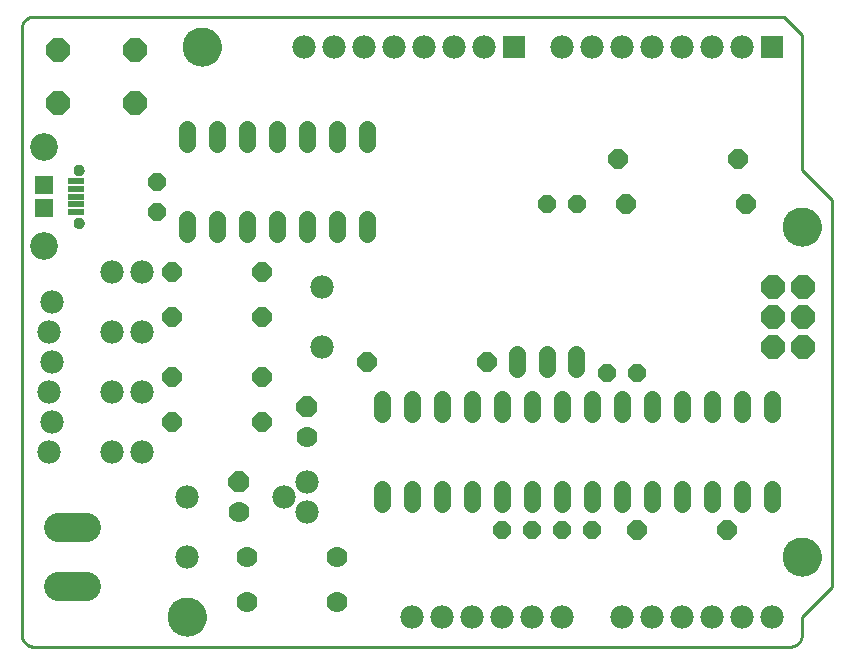
<source format=gts>
G75*
%MOIN*%
%OFA0B0*%
%FSLAX25Y25*%
%IPPOS*%
%LPD*%
%AMOC8*
5,1,8,0,0,1.08239X$1,22.5*
%
%ADD10C,0.01000*%
%ADD11C,0.00000*%
%ADD12C,0.12998*%
%ADD13C,0.07800*%
%ADD14R,0.07800X0.07800*%
%ADD15OC8,0.07800*%
%ADD16C,0.05600*%
%ADD17OC8,0.06400*%
%ADD18C,0.07000*%
%ADD19OC8,0.07000*%
%ADD20OC8,0.06000*%
%ADD21C,0.09770*%
%ADD22OC8,0.07900*%
%ADD23C,0.09258*%
%ADD24R,0.05715X0.01975*%
%ADD25R,0.05906X0.05906*%
%ADD26C,0.03746*%
D10*
X0006695Y0005737D02*
X0006695Y0207863D01*
X0006697Y0207987D01*
X0006703Y0208110D01*
X0006712Y0208234D01*
X0006726Y0208356D01*
X0006743Y0208479D01*
X0006765Y0208601D01*
X0006790Y0208722D01*
X0006819Y0208842D01*
X0006851Y0208961D01*
X0006888Y0209080D01*
X0006928Y0209197D01*
X0006971Y0209312D01*
X0007019Y0209427D01*
X0007070Y0209539D01*
X0007124Y0209650D01*
X0007182Y0209760D01*
X0007243Y0209867D01*
X0007308Y0209973D01*
X0007376Y0210076D01*
X0007447Y0210177D01*
X0007521Y0210276D01*
X0007598Y0210373D01*
X0007679Y0210467D01*
X0007762Y0210558D01*
X0007848Y0210647D01*
X0007937Y0210733D01*
X0008028Y0210816D01*
X0008122Y0210897D01*
X0008219Y0210974D01*
X0008318Y0211048D01*
X0008419Y0211119D01*
X0008522Y0211187D01*
X0008628Y0211252D01*
X0008735Y0211313D01*
X0008845Y0211371D01*
X0008956Y0211425D01*
X0009068Y0211476D01*
X0009183Y0211524D01*
X0009298Y0211567D01*
X0009415Y0211607D01*
X0009534Y0211644D01*
X0009653Y0211676D01*
X0009773Y0211705D01*
X0009894Y0211730D01*
X0010016Y0211752D01*
X0010139Y0211769D01*
X0010261Y0211783D01*
X0010385Y0211792D01*
X0010508Y0211798D01*
X0010632Y0211800D01*
X0260695Y0211800D01*
X0266695Y0205800D01*
X0266695Y0160800D01*
X0276695Y0150800D01*
X0276695Y0021800D01*
X0266695Y0011800D01*
X0266695Y0005737D01*
X0266693Y0005613D01*
X0266687Y0005490D01*
X0266678Y0005366D01*
X0266664Y0005244D01*
X0266647Y0005121D01*
X0266625Y0004999D01*
X0266600Y0004878D01*
X0266571Y0004758D01*
X0266539Y0004639D01*
X0266502Y0004520D01*
X0266462Y0004403D01*
X0266419Y0004288D01*
X0266371Y0004173D01*
X0266320Y0004061D01*
X0266266Y0003950D01*
X0266208Y0003840D01*
X0266147Y0003733D01*
X0266082Y0003627D01*
X0266014Y0003524D01*
X0265943Y0003423D01*
X0265869Y0003324D01*
X0265792Y0003227D01*
X0265711Y0003133D01*
X0265628Y0003042D01*
X0265542Y0002953D01*
X0265453Y0002867D01*
X0265362Y0002784D01*
X0265268Y0002703D01*
X0265171Y0002626D01*
X0265072Y0002552D01*
X0264971Y0002481D01*
X0264868Y0002413D01*
X0264762Y0002348D01*
X0264655Y0002287D01*
X0264545Y0002229D01*
X0264434Y0002175D01*
X0264322Y0002124D01*
X0264207Y0002076D01*
X0264092Y0002033D01*
X0263975Y0001993D01*
X0263856Y0001956D01*
X0263737Y0001924D01*
X0263617Y0001895D01*
X0263496Y0001870D01*
X0263374Y0001848D01*
X0263251Y0001831D01*
X0263129Y0001817D01*
X0263005Y0001808D01*
X0262882Y0001802D01*
X0262758Y0001800D01*
X0010632Y0001800D01*
X0010508Y0001802D01*
X0010385Y0001808D01*
X0010261Y0001817D01*
X0010139Y0001831D01*
X0010016Y0001848D01*
X0009894Y0001870D01*
X0009773Y0001895D01*
X0009653Y0001924D01*
X0009534Y0001956D01*
X0009415Y0001993D01*
X0009298Y0002033D01*
X0009183Y0002076D01*
X0009068Y0002124D01*
X0008956Y0002175D01*
X0008845Y0002229D01*
X0008735Y0002287D01*
X0008628Y0002348D01*
X0008522Y0002413D01*
X0008419Y0002481D01*
X0008318Y0002552D01*
X0008219Y0002626D01*
X0008122Y0002703D01*
X0008028Y0002784D01*
X0007937Y0002867D01*
X0007848Y0002953D01*
X0007762Y0003042D01*
X0007679Y0003133D01*
X0007598Y0003227D01*
X0007521Y0003324D01*
X0007447Y0003423D01*
X0007376Y0003524D01*
X0007308Y0003627D01*
X0007243Y0003733D01*
X0007182Y0003840D01*
X0007124Y0003950D01*
X0007070Y0004061D01*
X0007019Y0004173D01*
X0006971Y0004288D01*
X0006928Y0004403D01*
X0006888Y0004520D01*
X0006851Y0004639D01*
X0006819Y0004758D01*
X0006790Y0004878D01*
X0006765Y0004999D01*
X0006743Y0005121D01*
X0006726Y0005244D01*
X0006712Y0005366D01*
X0006703Y0005490D01*
X0006697Y0005613D01*
X0006695Y0005737D01*
D11*
X0055396Y0011800D02*
X0055398Y0011958D01*
X0055404Y0012116D01*
X0055414Y0012274D01*
X0055428Y0012432D01*
X0055446Y0012589D01*
X0055467Y0012746D01*
X0055493Y0012902D01*
X0055523Y0013058D01*
X0055556Y0013213D01*
X0055594Y0013366D01*
X0055635Y0013519D01*
X0055680Y0013671D01*
X0055729Y0013822D01*
X0055782Y0013971D01*
X0055838Y0014119D01*
X0055898Y0014265D01*
X0055962Y0014410D01*
X0056030Y0014553D01*
X0056101Y0014695D01*
X0056175Y0014835D01*
X0056253Y0014972D01*
X0056335Y0015108D01*
X0056419Y0015242D01*
X0056508Y0015373D01*
X0056599Y0015502D01*
X0056694Y0015629D01*
X0056791Y0015754D01*
X0056892Y0015876D01*
X0056996Y0015995D01*
X0057103Y0016112D01*
X0057213Y0016226D01*
X0057326Y0016337D01*
X0057441Y0016446D01*
X0057559Y0016551D01*
X0057680Y0016653D01*
X0057803Y0016753D01*
X0057929Y0016849D01*
X0058057Y0016942D01*
X0058187Y0017032D01*
X0058320Y0017118D01*
X0058455Y0017202D01*
X0058591Y0017281D01*
X0058730Y0017358D01*
X0058871Y0017430D01*
X0059013Y0017500D01*
X0059157Y0017565D01*
X0059303Y0017627D01*
X0059450Y0017685D01*
X0059599Y0017740D01*
X0059749Y0017791D01*
X0059900Y0017838D01*
X0060052Y0017881D01*
X0060205Y0017920D01*
X0060360Y0017956D01*
X0060515Y0017987D01*
X0060671Y0018015D01*
X0060827Y0018039D01*
X0060984Y0018059D01*
X0061142Y0018075D01*
X0061299Y0018087D01*
X0061458Y0018095D01*
X0061616Y0018099D01*
X0061774Y0018099D01*
X0061932Y0018095D01*
X0062091Y0018087D01*
X0062248Y0018075D01*
X0062406Y0018059D01*
X0062563Y0018039D01*
X0062719Y0018015D01*
X0062875Y0017987D01*
X0063030Y0017956D01*
X0063185Y0017920D01*
X0063338Y0017881D01*
X0063490Y0017838D01*
X0063641Y0017791D01*
X0063791Y0017740D01*
X0063940Y0017685D01*
X0064087Y0017627D01*
X0064233Y0017565D01*
X0064377Y0017500D01*
X0064519Y0017430D01*
X0064660Y0017358D01*
X0064799Y0017281D01*
X0064935Y0017202D01*
X0065070Y0017118D01*
X0065203Y0017032D01*
X0065333Y0016942D01*
X0065461Y0016849D01*
X0065587Y0016753D01*
X0065710Y0016653D01*
X0065831Y0016551D01*
X0065949Y0016446D01*
X0066064Y0016337D01*
X0066177Y0016226D01*
X0066287Y0016112D01*
X0066394Y0015995D01*
X0066498Y0015876D01*
X0066599Y0015754D01*
X0066696Y0015629D01*
X0066791Y0015502D01*
X0066882Y0015373D01*
X0066971Y0015242D01*
X0067055Y0015108D01*
X0067137Y0014972D01*
X0067215Y0014835D01*
X0067289Y0014695D01*
X0067360Y0014553D01*
X0067428Y0014410D01*
X0067492Y0014265D01*
X0067552Y0014119D01*
X0067608Y0013971D01*
X0067661Y0013822D01*
X0067710Y0013671D01*
X0067755Y0013519D01*
X0067796Y0013366D01*
X0067834Y0013213D01*
X0067867Y0013058D01*
X0067897Y0012902D01*
X0067923Y0012746D01*
X0067944Y0012589D01*
X0067962Y0012432D01*
X0067976Y0012274D01*
X0067986Y0012116D01*
X0067992Y0011958D01*
X0067994Y0011800D01*
X0067992Y0011642D01*
X0067986Y0011484D01*
X0067976Y0011326D01*
X0067962Y0011168D01*
X0067944Y0011011D01*
X0067923Y0010854D01*
X0067897Y0010698D01*
X0067867Y0010542D01*
X0067834Y0010387D01*
X0067796Y0010234D01*
X0067755Y0010081D01*
X0067710Y0009929D01*
X0067661Y0009778D01*
X0067608Y0009629D01*
X0067552Y0009481D01*
X0067492Y0009335D01*
X0067428Y0009190D01*
X0067360Y0009047D01*
X0067289Y0008905D01*
X0067215Y0008765D01*
X0067137Y0008628D01*
X0067055Y0008492D01*
X0066971Y0008358D01*
X0066882Y0008227D01*
X0066791Y0008098D01*
X0066696Y0007971D01*
X0066599Y0007846D01*
X0066498Y0007724D01*
X0066394Y0007605D01*
X0066287Y0007488D01*
X0066177Y0007374D01*
X0066064Y0007263D01*
X0065949Y0007154D01*
X0065831Y0007049D01*
X0065710Y0006947D01*
X0065587Y0006847D01*
X0065461Y0006751D01*
X0065333Y0006658D01*
X0065203Y0006568D01*
X0065070Y0006482D01*
X0064935Y0006398D01*
X0064799Y0006319D01*
X0064660Y0006242D01*
X0064519Y0006170D01*
X0064377Y0006100D01*
X0064233Y0006035D01*
X0064087Y0005973D01*
X0063940Y0005915D01*
X0063791Y0005860D01*
X0063641Y0005809D01*
X0063490Y0005762D01*
X0063338Y0005719D01*
X0063185Y0005680D01*
X0063030Y0005644D01*
X0062875Y0005613D01*
X0062719Y0005585D01*
X0062563Y0005561D01*
X0062406Y0005541D01*
X0062248Y0005525D01*
X0062091Y0005513D01*
X0061932Y0005505D01*
X0061774Y0005501D01*
X0061616Y0005501D01*
X0061458Y0005505D01*
X0061299Y0005513D01*
X0061142Y0005525D01*
X0060984Y0005541D01*
X0060827Y0005561D01*
X0060671Y0005585D01*
X0060515Y0005613D01*
X0060360Y0005644D01*
X0060205Y0005680D01*
X0060052Y0005719D01*
X0059900Y0005762D01*
X0059749Y0005809D01*
X0059599Y0005860D01*
X0059450Y0005915D01*
X0059303Y0005973D01*
X0059157Y0006035D01*
X0059013Y0006100D01*
X0058871Y0006170D01*
X0058730Y0006242D01*
X0058591Y0006319D01*
X0058455Y0006398D01*
X0058320Y0006482D01*
X0058187Y0006568D01*
X0058057Y0006658D01*
X0057929Y0006751D01*
X0057803Y0006847D01*
X0057680Y0006947D01*
X0057559Y0007049D01*
X0057441Y0007154D01*
X0057326Y0007263D01*
X0057213Y0007374D01*
X0057103Y0007488D01*
X0056996Y0007605D01*
X0056892Y0007724D01*
X0056791Y0007846D01*
X0056694Y0007971D01*
X0056599Y0008098D01*
X0056508Y0008227D01*
X0056419Y0008358D01*
X0056335Y0008492D01*
X0056253Y0008628D01*
X0056175Y0008765D01*
X0056101Y0008905D01*
X0056030Y0009047D01*
X0055962Y0009190D01*
X0055898Y0009335D01*
X0055838Y0009481D01*
X0055782Y0009629D01*
X0055729Y0009778D01*
X0055680Y0009929D01*
X0055635Y0010081D01*
X0055594Y0010234D01*
X0055556Y0010387D01*
X0055523Y0010542D01*
X0055493Y0010698D01*
X0055467Y0010854D01*
X0055446Y0011011D01*
X0055428Y0011168D01*
X0055414Y0011326D01*
X0055404Y0011484D01*
X0055398Y0011642D01*
X0055396Y0011800D01*
X0023940Y0143040D02*
X0023942Y0143121D01*
X0023948Y0143203D01*
X0023958Y0143284D01*
X0023972Y0143364D01*
X0023989Y0143443D01*
X0024011Y0143522D01*
X0024036Y0143599D01*
X0024065Y0143676D01*
X0024098Y0143750D01*
X0024135Y0143823D01*
X0024174Y0143894D01*
X0024218Y0143963D01*
X0024264Y0144030D01*
X0024314Y0144094D01*
X0024367Y0144156D01*
X0024423Y0144216D01*
X0024481Y0144272D01*
X0024543Y0144326D01*
X0024607Y0144377D01*
X0024673Y0144424D01*
X0024741Y0144468D01*
X0024812Y0144509D01*
X0024884Y0144546D01*
X0024959Y0144580D01*
X0025034Y0144610D01*
X0025112Y0144636D01*
X0025190Y0144659D01*
X0025269Y0144677D01*
X0025349Y0144692D01*
X0025430Y0144703D01*
X0025511Y0144710D01*
X0025593Y0144713D01*
X0025674Y0144712D01*
X0025755Y0144707D01*
X0025836Y0144698D01*
X0025917Y0144685D01*
X0025997Y0144668D01*
X0026075Y0144648D01*
X0026153Y0144623D01*
X0026230Y0144595D01*
X0026305Y0144563D01*
X0026378Y0144528D01*
X0026449Y0144489D01*
X0026519Y0144446D01*
X0026586Y0144401D01*
X0026652Y0144352D01*
X0026714Y0144300D01*
X0026774Y0144244D01*
X0026831Y0144186D01*
X0026886Y0144126D01*
X0026937Y0144062D01*
X0026985Y0143997D01*
X0027030Y0143929D01*
X0027072Y0143859D01*
X0027110Y0143787D01*
X0027145Y0143713D01*
X0027176Y0143638D01*
X0027203Y0143561D01*
X0027226Y0143483D01*
X0027246Y0143404D01*
X0027262Y0143324D01*
X0027274Y0143243D01*
X0027282Y0143162D01*
X0027286Y0143081D01*
X0027286Y0142999D01*
X0027282Y0142918D01*
X0027274Y0142837D01*
X0027262Y0142756D01*
X0027246Y0142676D01*
X0027226Y0142597D01*
X0027203Y0142519D01*
X0027176Y0142442D01*
X0027145Y0142367D01*
X0027110Y0142293D01*
X0027072Y0142221D01*
X0027030Y0142151D01*
X0026985Y0142083D01*
X0026937Y0142018D01*
X0026886Y0141954D01*
X0026831Y0141894D01*
X0026774Y0141836D01*
X0026714Y0141780D01*
X0026652Y0141728D01*
X0026586Y0141679D01*
X0026519Y0141634D01*
X0026450Y0141591D01*
X0026378Y0141552D01*
X0026305Y0141517D01*
X0026230Y0141485D01*
X0026153Y0141457D01*
X0026075Y0141432D01*
X0025997Y0141412D01*
X0025917Y0141395D01*
X0025836Y0141382D01*
X0025755Y0141373D01*
X0025674Y0141368D01*
X0025593Y0141367D01*
X0025511Y0141370D01*
X0025430Y0141377D01*
X0025349Y0141388D01*
X0025269Y0141403D01*
X0025190Y0141421D01*
X0025112Y0141444D01*
X0025034Y0141470D01*
X0024959Y0141500D01*
X0024884Y0141534D01*
X0024812Y0141571D01*
X0024741Y0141612D01*
X0024673Y0141656D01*
X0024607Y0141703D01*
X0024543Y0141754D01*
X0024481Y0141808D01*
X0024423Y0141864D01*
X0024367Y0141924D01*
X0024314Y0141986D01*
X0024264Y0142050D01*
X0024218Y0142117D01*
X0024174Y0142186D01*
X0024135Y0142257D01*
X0024098Y0142330D01*
X0024065Y0142404D01*
X0024036Y0142481D01*
X0024011Y0142558D01*
X0023989Y0142637D01*
X0023972Y0142716D01*
X0023958Y0142796D01*
X0023948Y0142877D01*
X0023942Y0142959D01*
X0023940Y0143040D01*
X0023940Y0160560D02*
X0023942Y0160641D01*
X0023948Y0160723D01*
X0023958Y0160804D01*
X0023972Y0160884D01*
X0023989Y0160963D01*
X0024011Y0161042D01*
X0024036Y0161119D01*
X0024065Y0161196D01*
X0024098Y0161270D01*
X0024135Y0161343D01*
X0024174Y0161414D01*
X0024218Y0161483D01*
X0024264Y0161550D01*
X0024314Y0161614D01*
X0024367Y0161676D01*
X0024423Y0161736D01*
X0024481Y0161792D01*
X0024543Y0161846D01*
X0024607Y0161897D01*
X0024673Y0161944D01*
X0024741Y0161988D01*
X0024812Y0162029D01*
X0024884Y0162066D01*
X0024959Y0162100D01*
X0025034Y0162130D01*
X0025112Y0162156D01*
X0025190Y0162179D01*
X0025269Y0162197D01*
X0025349Y0162212D01*
X0025430Y0162223D01*
X0025511Y0162230D01*
X0025593Y0162233D01*
X0025674Y0162232D01*
X0025755Y0162227D01*
X0025836Y0162218D01*
X0025917Y0162205D01*
X0025997Y0162188D01*
X0026075Y0162168D01*
X0026153Y0162143D01*
X0026230Y0162115D01*
X0026305Y0162083D01*
X0026378Y0162048D01*
X0026449Y0162009D01*
X0026519Y0161966D01*
X0026586Y0161921D01*
X0026652Y0161872D01*
X0026714Y0161820D01*
X0026774Y0161764D01*
X0026831Y0161706D01*
X0026886Y0161646D01*
X0026937Y0161582D01*
X0026985Y0161517D01*
X0027030Y0161449D01*
X0027072Y0161379D01*
X0027110Y0161307D01*
X0027145Y0161233D01*
X0027176Y0161158D01*
X0027203Y0161081D01*
X0027226Y0161003D01*
X0027246Y0160924D01*
X0027262Y0160844D01*
X0027274Y0160763D01*
X0027282Y0160682D01*
X0027286Y0160601D01*
X0027286Y0160519D01*
X0027282Y0160438D01*
X0027274Y0160357D01*
X0027262Y0160276D01*
X0027246Y0160196D01*
X0027226Y0160117D01*
X0027203Y0160039D01*
X0027176Y0159962D01*
X0027145Y0159887D01*
X0027110Y0159813D01*
X0027072Y0159741D01*
X0027030Y0159671D01*
X0026985Y0159603D01*
X0026937Y0159538D01*
X0026886Y0159474D01*
X0026831Y0159414D01*
X0026774Y0159356D01*
X0026714Y0159300D01*
X0026652Y0159248D01*
X0026586Y0159199D01*
X0026519Y0159154D01*
X0026450Y0159111D01*
X0026378Y0159072D01*
X0026305Y0159037D01*
X0026230Y0159005D01*
X0026153Y0158977D01*
X0026075Y0158952D01*
X0025997Y0158932D01*
X0025917Y0158915D01*
X0025836Y0158902D01*
X0025755Y0158893D01*
X0025674Y0158888D01*
X0025593Y0158887D01*
X0025511Y0158890D01*
X0025430Y0158897D01*
X0025349Y0158908D01*
X0025269Y0158923D01*
X0025190Y0158941D01*
X0025112Y0158964D01*
X0025034Y0158990D01*
X0024959Y0159020D01*
X0024884Y0159054D01*
X0024812Y0159091D01*
X0024741Y0159132D01*
X0024673Y0159176D01*
X0024607Y0159223D01*
X0024543Y0159274D01*
X0024481Y0159328D01*
X0024423Y0159384D01*
X0024367Y0159444D01*
X0024314Y0159506D01*
X0024264Y0159570D01*
X0024218Y0159637D01*
X0024174Y0159706D01*
X0024135Y0159777D01*
X0024098Y0159850D01*
X0024065Y0159924D01*
X0024036Y0160001D01*
X0024011Y0160078D01*
X0023989Y0160157D01*
X0023972Y0160236D01*
X0023958Y0160316D01*
X0023948Y0160397D01*
X0023942Y0160479D01*
X0023940Y0160560D01*
X0060396Y0201800D02*
X0060398Y0201958D01*
X0060404Y0202116D01*
X0060414Y0202274D01*
X0060428Y0202432D01*
X0060446Y0202589D01*
X0060467Y0202746D01*
X0060493Y0202902D01*
X0060523Y0203058D01*
X0060556Y0203213D01*
X0060594Y0203366D01*
X0060635Y0203519D01*
X0060680Y0203671D01*
X0060729Y0203822D01*
X0060782Y0203971D01*
X0060838Y0204119D01*
X0060898Y0204265D01*
X0060962Y0204410D01*
X0061030Y0204553D01*
X0061101Y0204695D01*
X0061175Y0204835D01*
X0061253Y0204972D01*
X0061335Y0205108D01*
X0061419Y0205242D01*
X0061508Y0205373D01*
X0061599Y0205502D01*
X0061694Y0205629D01*
X0061791Y0205754D01*
X0061892Y0205876D01*
X0061996Y0205995D01*
X0062103Y0206112D01*
X0062213Y0206226D01*
X0062326Y0206337D01*
X0062441Y0206446D01*
X0062559Y0206551D01*
X0062680Y0206653D01*
X0062803Y0206753D01*
X0062929Y0206849D01*
X0063057Y0206942D01*
X0063187Y0207032D01*
X0063320Y0207118D01*
X0063455Y0207202D01*
X0063591Y0207281D01*
X0063730Y0207358D01*
X0063871Y0207430D01*
X0064013Y0207500D01*
X0064157Y0207565D01*
X0064303Y0207627D01*
X0064450Y0207685D01*
X0064599Y0207740D01*
X0064749Y0207791D01*
X0064900Y0207838D01*
X0065052Y0207881D01*
X0065205Y0207920D01*
X0065360Y0207956D01*
X0065515Y0207987D01*
X0065671Y0208015D01*
X0065827Y0208039D01*
X0065984Y0208059D01*
X0066142Y0208075D01*
X0066299Y0208087D01*
X0066458Y0208095D01*
X0066616Y0208099D01*
X0066774Y0208099D01*
X0066932Y0208095D01*
X0067091Y0208087D01*
X0067248Y0208075D01*
X0067406Y0208059D01*
X0067563Y0208039D01*
X0067719Y0208015D01*
X0067875Y0207987D01*
X0068030Y0207956D01*
X0068185Y0207920D01*
X0068338Y0207881D01*
X0068490Y0207838D01*
X0068641Y0207791D01*
X0068791Y0207740D01*
X0068940Y0207685D01*
X0069087Y0207627D01*
X0069233Y0207565D01*
X0069377Y0207500D01*
X0069519Y0207430D01*
X0069660Y0207358D01*
X0069799Y0207281D01*
X0069935Y0207202D01*
X0070070Y0207118D01*
X0070203Y0207032D01*
X0070333Y0206942D01*
X0070461Y0206849D01*
X0070587Y0206753D01*
X0070710Y0206653D01*
X0070831Y0206551D01*
X0070949Y0206446D01*
X0071064Y0206337D01*
X0071177Y0206226D01*
X0071287Y0206112D01*
X0071394Y0205995D01*
X0071498Y0205876D01*
X0071599Y0205754D01*
X0071696Y0205629D01*
X0071791Y0205502D01*
X0071882Y0205373D01*
X0071971Y0205242D01*
X0072055Y0205108D01*
X0072137Y0204972D01*
X0072215Y0204835D01*
X0072289Y0204695D01*
X0072360Y0204553D01*
X0072428Y0204410D01*
X0072492Y0204265D01*
X0072552Y0204119D01*
X0072608Y0203971D01*
X0072661Y0203822D01*
X0072710Y0203671D01*
X0072755Y0203519D01*
X0072796Y0203366D01*
X0072834Y0203213D01*
X0072867Y0203058D01*
X0072897Y0202902D01*
X0072923Y0202746D01*
X0072944Y0202589D01*
X0072962Y0202432D01*
X0072976Y0202274D01*
X0072986Y0202116D01*
X0072992Y0201958D01*
X0072994Y0201800D01*
X0072992Y0201642D01*
X0072986Y0201484D01*
X0072976Y0201326D01*
X0072962Y0201168D01*
X0072944Y0201011D01*
X0072923Y0200854D01*
X0072897Y0200698D01*
X0072867Y0200542D01*
X0072834Y0200387D01*
X0072796Y0200234D01*
X0072755Y0200081D01*
X0072710Y0199929D01*
X0072661Y0199778D01*
X0072608Y0199629D01*
X0072552Y0199481D01*
X0072492Y0199335D01*
X0072428Y0199190D01*
X0072360Y0199047D01*
X0072289Y0198905D01*
X0072215Y0198765D01*
X0072137Y0198628D01*
X0072055Y0198492D01*
X0071971Y0198358D01*
X0071882Y0198227D01*
X0071791Y0198098D01*
X0071696Y0197971D01*
X0071599Y0197846D01*
X0071498Y0197724D01*
X0071394Y0197605D01*
X0071287Y0197488D01*
X0071177Y0197374D01*
X0071064Y0197263D01*
X0070949Y0197154D01*
X0070831Y0197049D01*
X0070710Y0196947D01*
X0070587Y0196847D01*
X0070461Y0196751D01*
X0070333Y0196658D01*
X0070203Y0196568D01*
X0070070Y0196482D01*
X0069935Y0196398D01*
X0069799Y0196319D01*
X0069660Y0196242D01*
X0069519Y0196170D01*
X0069377Y0196100D01*
X0069233Y0196035D01*
X0069087Y0195973D01*
X0068940Y0195915D01*
X0068791Y0195860D01*
X0068641Y0195809D01*
X0068490Y0195762D01*
X0068338Y0195719D01*
X0068185Y0195680D01*
X0068030Y0195644D01*
X0067875Y0195613D01*
X0067719Y0195585D01*
X0067563Y0195561D01*
X0067406Y0195541D01*
X0067248Y0195525D01*
X0067091Y0195513D01*
X0066932Y0195505D01*
X0066774Y0195501D01*
X0066616Y0195501D01*
X0066458Y0195505D01*
X0066299Y0195513D01*
X0066142Y0195525D01*
X0065984Y0195541D01*
X0065827Y0195561D01*
X0065671Y0195585D01*
X0065515Y0195613D01*
X0065360Y0195644D01*
X0065205Y0195680D01*
X0065052Y0195719D01*
X0064900Y0195762D01*
X0064749Y0195809D01*
X0064599Y0195860D01*
X0064450Y0195915D01*
X0064303Y0195973D01*
X0064157Y0196035D01*
X0064013Y0196100D01*
X0063871Y0196170D01*
X0063730Y0196242D01*
X0063591Y0196319D01*
X0063455Y0196398D01*
X0063320Y0196482D01*
X0063187Y0196568D01*
X0063057Y0196658D01*
X0062929Y0196751D01*
X0062803Y0196847D01*
X0062680Y0196947D01*
X0062559Y0197049D01*
X0062441Y0197154D01*
X0062326Y0197263D01*
X0062213Y0197374D01*
X0062103Y0197488D01*
X0061996Y0197605D01*
X0061892Y0197724D01*
X0061791Y0197846D01*
X0061694Y0197971D01*
X0061599Y0198098D01*
X0061508Y0198227D01*
X0061419Y0198358D01*
X0061335Y0198492D01*
X0061253Y0198628D01*
X0061175Y0198765D01*
X0061101Y0198905D01*
X0061030Y0199047D01*
X0060962Y0199190D01*
X0060898Y0199335D01*
X0060838Y0199481D01*
X0060782Y0199629D01*
X0060729Y0199778D01*
X0060680Y0199929D01*
X0060635Y0200081D01*
X0060594Y0200234D01*
X0060556Y0200387D01*
X0060523Y0200542D01*
X0060493Y0200698D01*
X0060467Y0200854D01*
X0060446Y0201011D01*
X0060428Y0201168D01*
X0060414Y0201326D01*
X0060404Y0201484D01*
X0060398Y0201642D01*
X0060396Y0201800D01*
X0260396Y0141800D02*
X0260398Y0141958D01*
X0260404Y0142116D01*
X0260414Y0142274D01*
X0260428Y0142432D01*
X0260446Y0142589D01*
X0260467Y0142746D01*
X0260493Y0142902D01*
X0260523Y0143058D01*
X0260556Y0143213D01*
X0260594Y0143366D01*
X0260635Y0143519D01*
X0260680Y0143671D01*
X0260729Y0143822D01*
X0260782Y0143971D01*
X0260838Y0144119D01*
X0260898Y0144265D01*
X0260962Y0144410D01*
X0261030Y0144553D01*
X0261101Y0144695D01*
X0261175Y0144835D01*
X0261253Y0144972D01*
X0261335Y0145108D01*
X0261419Y0145242D01*
X0261508Y0145373D01*
X0261599Y0145502D01*
X0261694Y0145629D01*
X0261791Y0145754D01*
X0261892Y0145876D01*
X0261996Y0145995D01*
X0262103Y0146112D01*
X0262213Y0146226D01*
X0262326Y0146337D01*
X0262441Y0146446D01*
X0262559Y0146551D01*
X0262680Y0146653D01*
X0262803Y0146753D01*
X0262929Y0146849D01*
X0263057Y0146942D01*
X0263187Y0147032D01*
X0263320Y0147118D01*
X0263455Y0147202D01*
X0263591Y0147281D01*
X0263730Y0147358D01*
X0263871Y0147430D01*
X0264013Y0147500D01*
X0264157Y0147565D01*
X0264303Y0147627D01*
X0264450Y0147685D01*
X0264599Y0147740D01*
X0264749Y0147791D01*
X0264900Y0147838D01*
X0265052Y0147881D01*
X0265205Y0147920D01*
X0265360Y0147956D01*
X0265515Y0147987D01*
X0265671Y0148015D01*
X0265827Y0148039D01*
X0265984Y0148059D01*
X0266142Y0148075D01*
X0266299Y0148087D01*
X0266458Y0148095D01*
X0266616Y0148099D01*
X0266774Y0148099D01*
X0266932Y0148095D01*
X0267091Y0148087D01*
X0267248Y0148075D01*
X0267406Y0148059D01*
X0267563Y0148039D01*
X0267719Y0148015D01*
X0267875Y0147987D01*
X0268030Y0147956D01*
X0268185Y0147920D01*
X0268338Y0147881D01*
X0268490Y0147838D01*
X0268641Y0147791D01*
X0268791Y0147740D01*
X0268940Y0147685D01*
X0269087Y0147627D01*
X0269233Y0147565D01*
X0269377Y0147500D01*
X0269519Y0147430D01*
X0269660Y0147358D01*
X0269799Y0147281D01*
X0269935Y0147202D01*
X0270070Y0147118D01*
X0270203Y0147032D01*
X0270333Y0146942D01*
X0270461Y0146849D01*
X0270587Y0146753D01*
X0270710Y0146653D01*
X0270831Y0146551D01*
X0270949Y0146446D01*
X0271064Y0146337D01*
X0271177Y0146226D01*
X0271287Y0146112D01*
X0271394Y0145995D01*
X0271498Y0145876D01*
X0271599Y0145754D01*
X0271696Y0145629D01*
X0271791Y0145502D01*
X0271882Y0145373D01*
X0271971Y0145242D01*
X0272055Y0145108D01*
X0272137Y0144972D01*
X0272215Y0144835D01*
X0272289Y0144695D01*
X0272360Y0144553D01*
X0272428Y0144410D01*
X0272492Y0144265D01*
X0272552Y0144119D01*
X0272608Y0143971D01*
X0272661Y0143822D01*
X0272710Y0143671D01*
X0272755Y0143519D01*
X0272796Y0143366D01*
X0272834Y0143213D01*
X0272867Y0143058D01*
X0272897Y0142902D01*
X0272923Y0142746D01*
X0272944Y0142589D01*
X0272962Y0142432D01*
X0272976Y0142274D01*
X0272986Y0142116D01*
X0272992Y0141958D01*
X0272994Y0141800D01*
X0272992Y0141642D01*
X0272986Y0141484D01*
X0272976Y0141326D01*
X0272962Y0141168D01*
X0272944Y0141011D01*
X0272923Y0140854D01*
X0272897Y0140698D01*
X0272867Y0140542D01*
X0272834Y0140387D01*
X0272796Y0140234D01*
X0272755Y0140081D01*
X0272710Y0139929D01*
X0272661Y0139778D01*
X0272608Y0139629D01*
X0272552Y0139481D01*
X0272492Y0139335D01*
X0272428Y0139190D01*
X0272360Y0139047D01*
X0272289Y0138905D01*
X0272215Y0138765D01*
X0272137Y0138628D01*
X0272055Y0138492D01*
X0271971Y0138358D01*
X0271882Y0138227D01*
X0271791Y0138098D01*
X0271696Y0137971D01*
X0271599Y0137846D01*
X0271498Y0137724D01*
X0271394Y0137605D01*
X0271287Y0137488D01*
X0271177Y0137374D01*
X0271064Y0137263D01*
X0270949Y0137154D01*
X0270831Y0137049D01*
X0270710Y0136947D01*
X0270587Y0136847D01*
X0270461Y0136751D01*
X0270333Y0136658D01*
X0270203Y0136568D01*
X0270070Y0136482D01*
X0269935Y0136398D01*
X0269799Y0136319D01*
X0269660Y0136242D01*
X0269519Y0136170D01*
X0269377Y0136100D01*
X0269233Y0136035D01*
X0269087Y0135973D01*
X0268940Y0135915D01*
X0268791Y0135860D01*
X0268641Y0135809D01*
X0268490Y0135762D01*
X0268338Y0135719D01*
X0268185Y0135680D01*
X0268030Y0135644D01*
X0267875Y0135613D01*
X0267719Y0135585D01*
X0267563Y0135561D01*
X0267406Y0135541D01*
X0267248Y0135525D01*
X0267091Y0135513D01*
X0266932Y0135505D01*
X0266774Y0135501D01*
X0266616Y0135501D01*
X0266458Y0135505D01*
X0266299Y0135513D01*
X0266142Y0135525D01*
X0265984Y0135541D01*
X0265827Y0135561D01*
X0265671Y0135585D01*
X0265515Y0135613D01*
X0265360Y0135644D01*
X0265205Y0135680D01*
X0265052Y0135719D01*
X0264900Y0135762D01*
X0264749Y0135809D01*
X0264599Y0135860D01*
X0264450Y0135915D01*
X0264303Y0135973D01*
X0264157Y0136035D01*
X0264013Y0136100D01*
X0263871Y0136170D01*
X0263730Y0136242D01*
X0263591Y0136319D01*
X0263455Y0136398D01*
X0263320Y0136482D01*
X0263187Y0136568D01*
X0263057Y0136658D01*
X0262929Y0136751D01*
X0262803Y0136847D01*
X0262680Y0136947D01*
X0262559Y0137049D01*
X0262441Y0137154D01*
X0262326Y0137263D01*
X0262213Y0137374D01*
X0262103Y0137488D01*
X0261996Y0137605D01*
X0261892Y0137724D01*
X0261791Y0137846D01*
X0261694Y0137971D01*
X0261599Y0138098D01*
X0261508Y0138227D01*
X0261419Y0138358D01*
X0261335Y0138492D01*
X0261253Y0138628D01*
X0261175Y0138765D01*
X0261101Y0138905D01*
X0261030Y0139047D01*
X0260962Y0139190D01*
X0260898Y0139335D01*
X0260838Y0139481D01*
X0260782Y0139629D01*
X0260729Y0139778D01*
X0260680Y0139929D01*
X0260635Y0140081D01*
X0260594Y0140234D01*
X0260556Y0140387D01*
X0260523Y0140542D01*
X0260493Y0140698D01*
X0260467Y0140854D01*
X0260446Y0141011D01*
X0260428Y0141168D01*
X0260414Y0141326D01*
X0260404Y0141484D01*
X0260398Y0141642D01*
X0260396Y0141800D01*
X0260396Y0031800D02*
X0260398Y0031958D01*
X0260404Y0032116D01*
X0260414Y0032274D01*
X0260428Y0032432D01*
X0260446Y0032589D01*
X0260467Y0032746D01*
X0260493Y0032902D01*
X0260523Y0033058D01*
X0260556Y0033213D01*
X0260594Y0033366D01*
X0260635Y0033519D01*
X0260680Y0033671D01*
X0260729Y0033822D01*
X0260782Y0033971D01*
X0260838Y0034119D01*
X0260898Y0034265D01*
X0260962Y0034410D01*
X0261030Y0034553D01*
X0261101Y0034695D01*
X0261175Y0034835D01*
X0261253Y0034972D01*
X0261335Y0035108D01*
X0261419Y0035242D01*
X0261508Y0035373D01*
X0261599Y0035502D01*
X0261694Y0035629D01*
X0261791Y0035754D01*
X0261892Y0035876D01*
X0261996Y0035995D01*
X0262103Y0036112D01*
X0262213Y0036226D01*
X0262326Y0036337D01*
X0262441Y0036446D01*
X0262559Y0036551D01*
X0262680Y0036653D01*
X0262803Y0036753D01*
X0262929Y0036849D01*
X0263057Y0036942D01*
X0263187Y0037032D01*
X0263320Y0037118D01*
X0263455Y0037202D01*
X0263591Y0037281D01*
X0263730Y0037358D01*
X0263871Y0037430D01*
X0264013Y0037500D01*
X0264157Y0037565D01*
X0264303Y0037627D01*
X0264450Y0037685D01*
X0264599Y0037740D01*
X0264749Y0037791D01*
X0264900Y0037838D01*
X0265052Y0037881D01*
X0265205Y0037920D01*
X0265360Y0037956D01*
X0265515Y0037987D01*
X0265671Y0038015D01*
X0265827Y0038039D01*
X0265984Y0038059D01*
X0266142Y0038075D01*
X0266299Y0038087D01*
X0266458Y0038095D01*
X0266616Y0038099D01*
X0266774Y0038099D01*
X0266932Y0038095D01*
X0267091Y0038087D01*
X0267248Y0038075D01*
X0267406Y0038059D01*
X0267563Y0038039D01*
X0267719Y0038015D01*
X0267875Y0037987D01*
X0268030Y0037956D01*
X0268185Y0037920D01*
X0268338Y0037881D01*
X0268490Y0037838D01*
X0268641Y0037791D01*
X0268791Y0037740D01*
X0268940Y0037685D01*
X0269087Y0037627D01*
X0269233Y0037565D01*
X0269377Y0037500D01*
X0269519Y0037430D01*
X0269660Y0037358D01*
X0269799Y0037281D01*
X0269935Y0037202D01*
X0270070Y0037118D01*
X0270203Y0037032D01*
X0270333Y0036942D01*
X0270461Y0036849D01*
X0270587Y0036753D01*
X0270710Y0036653D01*
X0270831Y0036551D01*
X0270949Y0036446D01*
X0271064Y0036337D01*
X0271177Y0036226D01*
X0271287Y0036112D01*
X0271394Y0035995D01*
X0271498Y0035876D01*
X0271599Y0035754D01*
X0271696Y0035629D01*
X0271791Y0035502D01*
X0271882Y0035373D01*
X0271971Y0035242D01*
X0272055Y0035108D01*
X0272137Y0034972D01*
X0272215Y0034835D01*
X0272289Y0034695D01*
X0272360Y0034553D01*
X0272428Y0034410D01*
X0272492Y0034265D01*
X0272552Y0034119D01*
X0272608Y0033971D01*
X0272661Y0033822D01*
X0272710Y0033671D01*
X0272755Y0033519D01*
X0272796Y0033366D01*
X0272834Y0033213D01*
X0272867Y0033058D01*
X0272897Y0032902D01*
X0272923Y0032746D01*
X0272944Y0032589D01*
X0272962Y0032432D01*
X0272976Y0032274D01*
X0272986Y0032116D01*
X0272992Y0031958D01*
X0272994Y0031800D01*
X0272992Y0031642D01*
X0272986Y0031484D01*
X0272976Y0031326D01*
X0272962Y0031168D01*
X0272944Y0031011D01*
X0272923Y0030854D01*
X0272897Y0030698D01*
X0272867Y0030542D01*
X0272834Y0030387D01*
X0272796Y0030234D01*
X0272755Y0030081D01*
X0272710Y0029929D01*
X0272661Y0029778D01*
X0272608Y0029629D01*
X0272552Y0029481D01*
X0272492Y0029335D01*
X0272428Y0029190D01*
X0272360Y0029047D01*
X0272289Y0028905D01*
X0272215Y0028765D01*
X0272137Y0028628D01*
X0272055Y0028492D01*
X0271971Y0028358D01*
X0271882Y0028227D01*
X0271791Y0028098D01*
X0271696Y0027971D01*
X0271599Y0027846D01*
X0271498Y0027724D01*
X0271394Y0027605D01*
X0271287Y0027488D01*
X0271177Y0027374D01*
X0271064Y0027263D01*
X0270949Y0027154D01*
X0270831Y0027049D01*
X0270710Y0026947D01*
X0270587Y0026847D01*
X0270461Y0026751D01*
X0270333Y0026658D01*
X0270203Y0026568D01*
X0270070Y0026482D01*
X0269935Y0026398D01*
X0269799Y0026319D01*
X0269660Y0026242D01*
X0269519Y0026170D01*
X0269377Y0026100D01*
X0269233Y0026035D01*
X0269087Y0025973D01*
X0268940Y0025915D01*
X0268791Y0025860D01*
X0268641Y0025809D01*
X0268490Y0025762D01*
X0268338Y0025719D01*
X0268185Y0025680D01*
X0268030Y0025644D01*
X0267875Y0025613D01*
X0267719Y0025585D01*
X0267563Y0025561D01*
X0267406Y0025541D01*
X0267248Y0025525D01*
X0267091Y0025513D01*
X0266932Y0025505D01*
X0266774Y0025501D01*
X0266616Y0025501D01*
X0266458Y0025505D01*
X0266299Y0025513D01*
X0266142Y0025525D01*
X0265984Y0025541D01*
X0265827Y0025561D01*
X0265671Y0025585D01*
X0265515Y0025613D01*
X0265360Y0025644D01*
X0265205Y0025680D01*
X0265052Y0025719D01*
X0264900Y0025762D01*
X0264749Y0025809D01*
X0264599Y0025860D01*
X0264450Y0025915D01*
X0264303Y0025973D01*
X0264157Y0026035D01*
X0264013Y0026100D01*
X0263871Y0026170D01*
X0263730Y0026242D01*
X0263591Y0026319D01*
X0263455Y0026398D01*
X0263320Y0026482D01*
X0263187Y0026568D01*
X0263057Y0026658D01*
X0262929Y0026751D01*
X0262803Y0026847D01*
X0262680Y0026947D01*
X0262559Y0027049D01*
X0262441Y0027154D01*
X0262326Y0027263D01*
X0262213Y0027374D01*
X0262103Y0027488D01*
X0261996Y0027605D01*
X0261892Y0027724D01*
X0261791Y0027846D01*
X0261694Y0027971D01*
X0261599Y0028098D01*
X0261508Y0028227D01*
X0261419Y0028358D01*
X0261335Y0028492D01*
X0261253Y0028628D01*
X0261175Y0028765D01*
X0261101Y0028905D01*
X0261030Y0029047D01*
X0260962Y0029190D01*
X0260898Y0029335D01*
X0260838Y0029481D01*
X0260782Y0029629D01*
X0260729Y0029778D01*
X0260680Y0029929D01*
X0260635Y0030081D01*
X0260594Y0030234D01*
X0260556Y0030387D01*
X0260523Y0030542D01*
X0260493Y0030698D01*
X0260467Y0030854D01*
X0260446Y0031011D01*
X0260428Y0031168D01*
X0260414Y0031326D01*
X0260404Y0031484D01*
X0260398Y0031642D01*
X0260396Y0031800D01*
D12*
X0266695Y0031800D03*
X0266695Y0141800D03*
X0066695Y0201800D03*
X0061695Y0011800D03*
D13*
X0061695Y0031800D03*
X0061695Y0051800D03*
X0046695Y0066800D03*
X0036695Y0066800D03*
X0015695Y0066800D03*
X0016695Y0076800D03*
X0015695Y0086800D03*
X0016695Y0096800D03*
X0015695Y0106800D03*
X0016695Y0116800D03*
X0036695Y0106800D03*
X0046695Y0106800D03*
X0046695Y0126800D03*
X0036695Y0126800D03*
X0036695Y0086800D03*
X0046695Y0086800D03*
X0094195Y0051800D03*
X0101695Y0056800D03*
X0101695Y0046800D03*
X0136695Y0011800D03*
X0146695Y0011800D03*
X0156695Y0011800D03*
X0166695Y0011800D03*
X0176695Y0011800D03*
X0186695Y0011800D03*
X0206695Y0011800D03*
X0216695Y0011800D03*
X0226695Y0011800D03*
X0236695Y0011800D03*
X0246695Y0011800D03*
X0256695Y0011800D03*
X0106695Y0101800D03*
X0106695Y0121800D03*
X0110695Y0201800D03*
X0100695Y0201800D03*
X0120695Y0201800D03*
X0130695Y0201800D03*
X0140695Y0201800D03*
X0150695Y0201800D03*
X0160695Y0201800D03*
X0186695Y0201800D03*
X0196695Y0201800D03*
X0206695Y0201800D03*
X0216695Y0201800D03*
X0226695Y0201800D03*
X0236695Y0201800D03*
X0246695Y0201800D03*
D14*
X0256695Y0201800D03*
X0170695Y0201800D03*
D15*
X0257195Y0121800D03*
X0267195Y0121800D03*
X0267195Y0111800D03*
X0257195Y0111800D03*
X0257195Y0101800D03*
X0267195Y0101800D03*
D16*
X0256695Y0084400D02*
X0256695Y0079200D01*
X0246695Y0079200D02*
X0246695Y0084400D01*
X0236695Y0084400D02*
X0236695Y0079200D01*
X0226695Y0079200D02*
X0226695Y0084400D01*
X0216695Y0084400D02*
X0216695Y0079200D01*
X0206695Y0079200D02*
X0206695Y0084400D01*
X0196695Y0084400D02*
X0196695Y0079200D01*
X0186695Y0079200D02*
X0186695Y0084400D01*
X0176695Y0084400D02*
X0176695Y0079200D01*
X0166695Y0079200D02*
X0166695Y0084400D01*
X0156695Y0084400D02*
X0156695Y0079200D01*
X0146695Y0079200D02*
X0146695Y0084400D01*
X0136695Y0084400D02*
X0136695Y0079200D01*
X0126695Y0079200D02*
X0126695Y0084400D01*
X0126695Y0054400D02*
X0126695Y0049200D01*
X0136695Y0049200D02*
X0136695Y0054400D01*
X0146695Y0054400D02*
X0146695Y0049200D01*
X0156695Y0049200D02*
X0156695Y0054400D01*
X0166695Y0054400D02*
X0166695Y0049200D01*
X0176695Y0049200D02*
X0176695Y0054400D01*
X0186695Y0054400D02*
X0186695Y0049200D01*
X0196695Y0049200D02*
X0196695Y0054400D01*
X0206695Y0054400D02*
X0206695Y0049200D01*
X0216695Y0049200D02*
X0216695Y0054400D01*
X0226695Y0054400D02*
X0226695Y0049200D01*
X0236695Y0049200D02*
X0236695Y0054400D01*
X0246695Y0054400D02*
X0246695Y0049200D01*
X0256695Y0049200D02*
X0256695Y0054400D01*
X0191538Y0094200D02*
X0191538Y0099400D01*
X0181695Y0099400D02*
X0181695Y0094200D01*
X0171853Y0094200D02*
X0171853Y0099400D01*
X0121695Y0139200D02*
X0121695Y0144400D01*
X0111695Y0144400D02*
X0111695Y0139200D01*
X0101695Y0139200D02*
X0101695Y0144400D01*
X0091695Y0144400D02*
X0091695Y0139200D01*
X0081695Y0139200D02*
X0081695Y0144400D01*
X0071695Y0144400D02*
X0071695Y0139200D01*
X0061695Y0139200D02*
X0061695Y0144400D01*
X0061695Y0169200D02*
X0061695Y0174400D01*
X0071695Y0174400D02*
X0071695Y0169200D01*
X0081695Y0169200D02*
X0081695Y0174400D01*
X0091695Y0174400D02*
X0091695Y0169200D01*
X0101695Y0169200D02*
X0101695Y0174400D01*
X0111695Y0174400D02*
X0111695Y0169200D01*
X0121695Y0169200D02*
X0121695Y0174400D01*
D17*
X0086695Y0126800D03*
X0086695Y0111800D03*
X0086695Y0091800D03*
X0086695Y0076800D03*
X0056695Y0076800D03*
X0056695Y0091800D03*
X0056695Y0111800D03*
X0056695Y0126800D03*
X0121695Y0096800D03*
X0161695Y0096800D03*
X0207945Y0149300D03*
X0205445Y0164300D03*
X0245445Y0164300D03*
X0247945Y0149300D03*
X0241695Y0040550D03*
X0211695Y0040550D03*
D18*
X0111695Y0031800D03*
X0111695Y0016800D03*
X0081695Y0016800D03*
X0081695Y0031800D03*
X0079195Y0046800D03*
X0101695Y0071800D03*
D19*
X0101695Y0081800D03*
X0079195Y0056800D03*
D20*
X0166695Y0040550D03*
X0176695Y0040550D03*
X0186695Y0040550D03*
X0196695Y0040550D03*
X0201695Y0093050D03*
X0211695Y0093050D03*
X0191695Y0149300D03*
X0181695Y0149300D03*
X0051695Y0146800D03*
X0051695Y0156800D03*
D21*
X0028152Y0041643D02*
X0018782Y0041643D01*
X0018782Y0021957D02*
X0028152Y0021957D01*
D22*
X0018895Y0182900D03*
X0018895Y0200700D03*
X0044495Y0200700D03*
X0044495Y0182900D03*
D23*
X0014195Y0168237D03*
X0014195Y0135363D03*
D24*
X0024825Y0146682D03*
X0024825Y0149241D03*
X0024825Y0151800D03*
X0024825Y0154359D03*
X0024825Y0156918D03*
D25*
X0014195Y0155737D03*
X0014195Y0147863D03*
D26*
X0025613Y0143040D03*
X0025613Y0160560D03*
M02*

</source>
